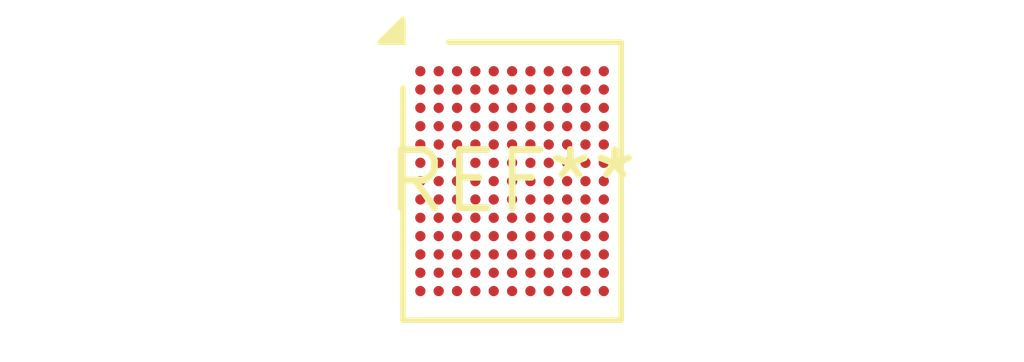
<source format=kicad_pcb>
(kicad_pcb (version 20240108) (generator pcbnew)
  (layers (0 "F.Cu" signal) (31 "B.Cu" signal) (34 "B.Paste" user) (35 "F.Paste" user) (36 "B.SilkS" user "B.Silkscreen") (37 "F.SilkS" user "F.Silkscreen") (38 "B.Mask" user) (39 "F.Mask" user) (44 "Edge.Cuts" user))
  (net 0 "")
  (footprint "ST_WLCSP-143_Die449" (layer "F.Cu") (at 0 0)
    (property "Reference" "REF**")
    (property "Value" "ST_WLCSP-143_Die449")
    (fp_line (start -2.3795 3.0345) (end -2.3795 -2.0345) (layer "F.SilkS") (stroke (width 0.12)))
    (fp_line (start -1.3795 -3.0345) (end 2.3795 -3.0345) (layer "F.SilkS") (stroke (width 0.12)))
    (fp_line (start 2.3795 -3.0345) (end 2.3795 3.0345) (layer "F.SilkS") (stroke (width 0.12)))
    (fp_line (start 2.3795 3.0345) (end -2.3795 3.0345) (layer "F.SilkS") (stroke (width 0.12)))
    (fp_poly (pts (xy -2.3795 -3.0345) (xy -2.8795 -3.0345) (xy -2.3795 -3.5345) (xy -2.3795 -3.0345)) (layer "F.SilkS") (stroke (width 0.12)) (fill solid))
    (pad "A1" smd circle (at -2 -2.4) (size 0.225 0.225) (property pad_prop_bga) (layers "F.Cu" "F.Paste" "F.Mask"))
    (pad "A2" smd circle (at -1.6 -2.4) (size 0.225 0.225) (property pad_prop_bga) (layers "F.Cu" "F.Paste" "F.Mask"))
    (pad "A3" smd circle (at -1.2 -2.4) (size 0.225 0.225) (property pad_prop_bga) (layers "F.Cu" "F.Paste" "F.Mask"))
    (pad "A4" smd circle (at -0.8 -2.4) (size 0.225 0.225) (property pad_prop_bga) (layers "F.Cu" "F.Paste" "F.Mask"))
    (pad "A5" smd circle (at -0.4 -2.4) (size 0.225 0.225) (property pad_prop_bga) (layers "F.Cu" "F.Paste" "F.Mask"))
    (pad "A6" smd circle (at 0 -2.4) (size 0.225 0.225) (property pad_prop_bga) (layers "F.Cu" "F.Paste" "F.Mask"))
    (pad "A7" smd circle (at 0.4 -2.4) (size 0.225 0.225) (property pad_prop_bga) (layers "F.Cu" "F.Paste" "F.Mask"))
    (pad "A8" smd circle (at 0.8 -2.4) (size 0.225 0.225) (property pad_prop_bga) (layers "F.Cu" "F.Paste" "F.Mask"))
    (pad "A9" smd circle (at 1.2 -2.4) (size 0.225 0.225) (property pad_prop_bga) (layers "F.Cu" "F.Paste" "F.Mask"))
    (pad "A10" smd circle (at 1.6 -2.4) (size 0.225 0.225) (property pad_prop_bga) (layers "F.Cu" "F.Paste" "F.Mask"))
    (pad "A11" smd circle (at 2 -2.4) (size 0.225 0.225) (property pad_prop_bga) (layers "F.Cu" "F.Paste" "F.Mask"))
    (pad "B1" smd circle (at -2 -2) (size 0.225 0.225) (property pad_prop_bga) (layers "F.Cu" "F.Paste" "F.Mask"))
    (pad "B2" smd circle (at -1.6 -2) (size 0.225 0.225) (property pad_prop_bga) (layers "F.Cu" "F.Paste" "F.Mask"))
    (pad "B3" smd circle (at -1.2 -2) (size 0.225 0.225) (property pad_prop_bga) (layers "F.Cu" "F.Paste" "F.Mask"))
    (pad "B4" smd circle (at -0.8 -2) (size 0.225 0.225) (property pad_prop_bga) (layers "F.Cu" "F.Paste" "F.Mask"))
    (pad "B5" smd circle (at -0.4 -2) (size 0.225 0.225) (property pad_prop_bga) (layers "F.Cu" "F.Paste" "F.Mask"))
    (pad "B6" smd circle (at 0 -2) (size 0.225 0.225) (property pad_prop_bga) (layers "F.Cu" "F.Paste" "F.Mask"))
    (pad "B7" smd circle (at 0.4 -2) (size 0.225 0.225) (property pad_prop_bga) (layers "F.Cu" "F.Paste" "F.Mask"))
    (pad "B8" smd circle (at 0.8 -2) (size 0.225 0.225) (property pad_prop_bga) (layers "F.Cu" "F.Paste" "F.Mask"))
    (pad "B9" smd circle (at 1.2 -2) (size 0.225 0.225) (property pad_prop_bga) (layers "F.Cu" "F.Paste" "F.Mask"))
    (pad "B10" smd circle (at 1.6 -2) (size 0.225 0.225) (property pad_prop_bga) (layers "F.Cu" "F.Paste" "F.Mask"))
    (pad "B11" smd circle (at 2 -2) (size 0.225 0.225) (property pad_prop_bga) (layers "F.Cu" "F.Paste" "F.Mask"))
    (pad "C1" smd circle (at -2 -1.6) (size 0.225 0.225) (property pad_prop_bga) (layers "F.Cu" "F.Paste" "F.Mask"))
    (pad "C2" smd circle (at -1.6 -1.6) (size 0.225 0.225) (property pad_prop_bga) (layers "F.Cu" "F.Paste" "F.Mask"))
    (pad "C3" smd circle (at -1.2 -1.6) (size 0.225 0.225) (property pad_prop_bga) (layers "F.Cu" "F.Paste" "F.Mask"))
    (pad "C4" smd circle (at -0.8 -1.6) (size 0.225 0.225) (property pad_prop_bga) (layers "F.Cu" "F.Paste" "F.Mask"))
    (pad "C5" smd circle (at -0.4 -1.6) (size 0.225 0.225) (property pad_prop_bga) (layers "F.Cu" "F.Paste" "F.Mask"))
    (pad "C6" smd circle (at 0 -1.6) (size 0.225 0.225) (property pad_prop_bga) (layers "F.Cu" "F.Paste" "F.Mask"))
    (pad "C7" smd circle (at 0.4 -1.6) (size 0.225 0.225) (property pad_prop_bga) (layers "F.Cu" "F.Paste" "F.Mask"))
    (pad "C8" smd circle (at 0.8 -1.6) (size 0.225 0.225) (property pad_prop_bga) (layers "F.Cu" "F.Paste" "F.Mask"))
    (pad "C9" smd circle (at 1.2 -1.6) (size 0.225 0.225) (property pad_prop_bga) (layers "F.Cu" "F.Paste" "F.Mask"))
    (pad "C10" smd circle (at 1.6 -1.6) (size 0.225 0.225) (property pad_prop_bga) (layers "F.Cu" "F.Paste" "F.Mask"))
    (pad "C11" smd circle (at 2 -1.6) (size 0.225 0.225) (property pad_prop_bga) (layers "F.Cu" "F.Paste" "F.Mask"))
    (pad "D1" smd circle (at -2 -1.2) (size 0.225 0.225) (property pad_prop_bga) (layers "F.Cu" "F.Paste" "F.Mask"))
    (pad "D2" smd circle (at -1.6 -1.2) (size 0.225 0.225) (property pad_prop_bga) (layers "F.Cu" "F.Paste" "F.Mask"))
    (pad "D3" smd circle (at -1.2 -1.2) (size 0.225 0.225) (property pad_prop_bga) (layers "F.Cu" "F.Paste" "F.Mask"))
    (pad "D4" smd circle (at -0.8 -1.2) (size 0.225 0.225) (property pad_prop_bga) (layers "F.Cu" "F.Paste" "F.Mask"))
    (pad "D5" smd circle (at -0.4 -1.2) (size 0.225 0.225) (property pad_prop_bga) (layers "F.Cu" "F.Paste" "F.Mask"))
    (pad "D6" smd circle (at 0 -1.2) (size 0.225 0.225) (property pad_prop_bga) (layers "F.Cu" "F.Paste" "F.Mask"))
    (pad "D7" smd circle (at 0.4 -1.2) (size 0.225 0.225) (property pad_prop_bga) (layers "F.Cu" "F.Paste" "F.Mask"))
    (pad "D8" smd circle (at 0.8 -1.2) (size 0.225 0.225) (property pad_prop_bga) (layers "F.Cu" "F.Paste" "F.Mask"))
    (pad "D9" smd circle (at 1.2 -1.2) (size 0.225 0.225) (property pad_prop_bga) (layers "F.Cu" "F.Paste" "F.Mask"))
    (pad "D10" smd circle (at 1.6 -1.2) (size 0.225 0.225) (property pad_prop_bga) (layers "F.Cu" "F.Paste" "F.Mask"))
    (pad "D11" smd circle (at 2 -1.2) (size 0.225 0.225) (property pad_prop_bga) (layers "F.Cu" "F.Paste" "F.Mask"))
    (pad "E1" smd circle (at -2 -0.8) (size 0.225 0.225) (property pad_prop_bga) (layers "F.Cu" "F.Paste" "F.Mask"))
    (pad "E2" smd circle (at -1.6 -0.8) (size 0.225 0.225) (property pad_prop_bga) (layers "F.Cu" "F.Paste" "F.Mask"))
    (pad "E3" smd circle (at -1.2 -0.8) (size 0.225 0.225) (property pad_prop_bga) (layers "F.Cu" "F.Paste" "F.Mask"))
    (pad "E4" smd circle (at -0.8 -0.8) (size 0.225 0.225) (property pad_prop_bga) (layers "F.Cu" "F.Paste" "F.Mask"))
    (pad "E5" smd circle (at -0.4 -0.8) (size 0.225 0.225) (property pad_prop_bga) (layers "F.Cu" "F.Paste" "F.Mask"))
    (pad "E6" smd circle (at 0 -0.8) (size 0.225 0.225) (property pad_prop_bga) (layers "F.Cu" "F.Paste" "F.Mask"))
    (pad "E7" smd circle (at 0.4 -0.8) (size 0.225 0.225) (property pad_prop_bga) (layers "F.Cu" "F.Paste" "F.Mask"))
    (pad "E8" smd circle (at 0.8 -0.8) (size 0.225 0.225) (property pad_prop_bga) (layers "F.Cu" "F.Paste" "F.Mask"))
    (pad "E9" smd circle (at 1.2 -0.8) (size 0.225 0.225) (property pad_prop_bga) (layers "F.Cu" "F.Paste" "F.Mask"))
    (pad "E10" smd circle (at 1.6 -0.8) (size 0.225 0.225) (property pad_prop_bga) (layers "F.Cu" "F.Paste" "F.Mask"))
    (pad "E11" smd circle (at 2 -0.8) (size 0.225 0.225) (property pad_prop_bga) (layers "F.Cu" "F.Paste" "F.Mask"))
    (pad "F1" smd circle (at -2 -0.4) (size 0.225 0.225) (property pad_prop_bga) (layers "F.Cu" "F.Paste" "F.Mask"))
    (pad "F2" smd circle (at -1.6 -0.4) (size 0.225 0.225) (property pad_prop_bga) (layers "F.Cu" "F.Paste" "F.Mask"))
    (pad "F3" smd circle (at -1.2 -0.4) (size 0.225 0.225) (property pad_prop_bga) (layers "F.Cu" "F.Paste" "F.Mask"))
    (pad "F4" smd circle (at -0.8 -0.4) (size 0.225 0.225) (property pad_prop_bga) (layers "F.Cu" "F.Paste" "F.Mask"))
    (pad "F5" smd circle (at -0.4 -0.4) (size 0.225 0.225) (property pad_prop_bga) (layers "F.Cu" "F.Paste" "F.Mask"))
    (pad "F6" smd circle (at 0 -0.4) (size 0.225 0.225) (property pad_prop_bga) (layers "F.Cu" "F.Paste" "F.Mask"))
    (pad "F7" smd circle (at 0.4 -0.4) (size 0.225 0.225) (property pad_prop_bga) (layers "F.Cu" "F.Paste" "F.Mask"))
    (pad "F8" smd circle (at 0.8 -0.4) (size 0.225 0.225) (property pad_prop_bga) (layers "F.Cu" "F.Paste" "F.Mask"))
    (pad "F9" smd circle (at 1.2 -0.4) (size 0.225 0.225) (property pad_prop_bga) (layers "F.Cu" "F.Paste" "F.Mask"))
    (pad "F10" smd circle (at 1.6 -0.4) (size 0.225 0.225) (property pad_prop_bga) (layers "F.Cu" "F.Paste" "F.Mask"))
    (pad "F11" smd circle (at 2 -0.4) (size 0.225 0.225) (property pad_prop_bga) (layers "F.Cu" "F.Paste" "F.Mask"))
    (pad "G1" smd circle (at -2 0) (size 0.225 0.225) (property pad_prop_bga) (layers "F.Cu" "F.Paste" "F.Mask"))
    (pad "G2" smd circle (at -1.6 0) (size 0.225 0.225) (property pad_prop_bga) (layers "F.Cu" "F.Paste" "F.Mask"))
    (pad "G3" smd circle (at -1.2 0) (size 0.225 0.225) (property pad_prop_bga) (layers "F.Cu" "F.Paste" "F.Mask"))
    (pad "G4" smd circle (at -0.8 0) (size 0.225 0.225) (property pad_prop_bga) (layers "F.Cu" "F.Paste" "F.Mask"))
    (pad "G5" smd circle (at -0.4 0) (size 0.225 0.225) (property pad_prop_bga) (layers "F.Cu" "F.Paste" "F.Mask"))
    (pad "G6" smd circle (at 0 0) (size 0.225 0.225) (property pad_prop_bga) (layers "F.Cu" "F.Paste" "F.Mask"))
    (pad "G7" smd circle (at 0.4 0) (size 0.225 0.225) (property pad_prop_bga) (layers "F.Cu" "F.Paste" "F.Mask"))
    (pad "G8" smd circle (at 0.8 0) (size 0.225 0.225) (property pad_prop_bga) (layers "F.Cu" "F.Paste" "F.Mask"))
    (pad "G9" smd circle (at 1.2 0) (size 0.225 0.225) (property pad_prop_bga) (layers "F.Cu" "F.Paste" "F.Mask"))
    (pad "G10" smd circle (at 1.6 0) (size 0.225 0.225) (property pad_prop_bga) (layers "F.Cu" "F.Paste" "F.Mask"))
    (pad "G11" smd circle (at 2 0) (size 0.225 0.225) (property pad_prop_bga) (layers "F.Cu" "F.Paste" "F.Mask"))
    (pad "H1" smd circle (at -2 0.4) (size 0.225 0.225) (property pad_prop_bga) (layers "F.Cu" "F.Paste" "F.Mask"))
    (pad "H2" smd circle (at -1.6 0.4) (size 0.225 0.225) (property pad_prop_bga) (layers "F.Cu" "F.Paste" "F.Mask"))
    (pad "H3" smd circle (at -1.2 0.4) (size 0.225 0.225) (property pad_prop_bga) (layers "F.Cu" "F.Paste" "F.Mask"))
    (pad "H4" smd circle (at -0.8 0.4) (size 0.225 0.225) (property pad_prop_bga) (layers "F.Cu" "F.Paste" "F.Mask"))
    (pad "H5" smd circle (at -0.4 0.4) (size 0.225 0.225) (property pad_prop_bga) (layers "F.Cu" "F.Paste" "F.Mask"))
    (pad "H6" smd circle (at 0 0.4) (size 0.225 0.225) (property pad_prop_bga) (layers "F.Cu" "F.Paste" "F.Mask"))
    (pad "H7" smd circle (at 0.4 0.4) (size 0.225 0.225) (property pad_prop_bga) (layers "F.Cu" "F.Paste" "F.Mask"))
    (pad "H8" smd circle (at 0.8 0.4) (size 0.225 0.225) (property pad_prop_bga) (layers "F.Cu" "F.Paste" "F.Mask"))
    (pad "H9" smd circle (at 1.2 0.4) (size 0.225 0.225) (property pad_prop_bga) (layers "F.Cu" "F.Paste" "F.Mask"))
    (pad "H10" smd circle (at 1.6 0.4) (size 0.225 0.225) (property pad_prop_bga) (layers "F.Cu" "F.Paste" "F.Mask"))
    (pad "H11" smd circle (at 2 0.4) (size 0.225 0.225) (property pad_prop_bga) (layers "F.Cu" "F.Paste" "F.Mask"))
    (pad "J1" smd circle (at -2 0.8) (size 0.225 0.225) (property pad_prop_bga) (layers "F.Cu" "F.Paste" "F.Mask"))
    (pad "J2" smd circle (at -1.6 0.8) (size 0.225 0.225) (property pad_prop_bga) (layers "F.Cu" "F.Paste" "F.Mask"))
    (pad "J3" smd circle (at -1.2 0.8) (size 0.225 0.225) (property pad_prop_bga) (layers "F.Cu" "F.Paste" "F.Mask"))
    (pad "J4" smd circle (at -0.8 0.8) (size 0.225 0.225) (property pad_prop_bga) (layers "F.Cu" "F.Paste" "F.Mask"))
    (pad "J5" smd circle (at -0.4 0.8) (size 0.225 0.225) (property pad_prop_bga) (layers "F.Cu" "F.Paste" "F.Mask"))
    (pad "J6" smd circle (at 0 0.8) (size 0.225 0.225) (property pad_prop_bga) (layers "F.Cu" "F.Paste" "F.Mask"))
    (pad "J7" smd circle (at 0.4 0.8) (size 0.225 0.225) (property pad_prop_bga) (layers "F.Cu" "F.Paste" "F.Mask"))
    (pad "J8" smd circle (at 0.8 0.8) (size 0.225 0.225) (property pad_prop_bga) (layers "F.Cu" "F.Paste" "F.Mask"))
    (pad "J9" smd circle (at 1.2 0.8) (size 0.225 0.225) (property pad_prop_bga) (layers "F.Cu" "F.Paste" "F.Mask"))
    (pad "J10" smd circle (at 1.6 0.8) (size 0.225 0.225) (property pad_prop_bga) (layers "F.Cu" "F.Paste" "F.Mask"))
    (pad "J11" smd circle (at 2 0.8) (size 0.225 0.225) (property pad_prop_bga) (layers "F.Cu" "F.Paste" "F.Mask"))
    (pad "K1" smd circle (at -2 1.2) (size 0.225 0.225) (property pad_prop_bga) (layers "F.Cu" "F.Paste" "F.Mask"))
    (pad "K2" smd circle (at -1.6 1.2) (size 0.225 0.225) (property pad_prop_bga) (layers "F.Cu" "F.Paste" "F.Mask"))
    (pad "K3" smd circle (at -1.2 1.2) (size 0.225 0.225) (property pad_prop_bga) (layers "F.Cu" "F.Paste" "F.Mask"))
    (pad "K4" smd circle (at -0.8 1.2) (size 0.225 0.225) (property pad_prop_bga) (layers "F.Cu" "F.Paste" "F.Mask"))
    (pad "K5" smd circle (at -0.4 1.2) (size 0.225 0.225) (property pad_prop_bga) (layers "F.Cu" "F.Paste" "F.Mask"))
    (pad "K6" smd circle (at 0 1.2) (size 0.225 0.225) (property pad_prop_bga) (layers "F.Cu" "F.Paste" "F.Mask"))
    (pad "K7" smd circle (at 0.4 1.2) (size 0.225 0.225) (property pad_prop_bga) (layers "F.Cu" "F.Paste" "F.Mask"))
    (pad "K8" smd circle (at 0.8 1.2) (size 0.225 0.225) (property pad_prop_bga) (layers "F.Cu" "F.Paste" "F.Mask"))
    (pad "K9" smd circle (at 1.2 1.2) (size 0.225 0.225) (property pad_prop_bga) (layers "F.Cu" "F.Paste" "F.Mask"))
    (pad "K10" smd circle (at 1.6 1.2) (size 0.225 0.225) (property pad_prop_bga) (layers "F.Cu" "F.Paste" "F.Mask"))
    (pad "K11" smd circle (at 2 1.2) (size 0.225 0.225) (property pad_prop_bga) (layers "F.Cu" "F.Paste" "F.Mask"))
    (pad "L1" smd circle (at -2 1.6) (size 0.225 0.225) (property pad_prop_bga) (layers "F.Cu" "F.Paste" "F.Mask"))
    (pad "L2" smd circle (at -1.6 1.6) (size 0.225 0.225) (property pad_prop_bga) (layers "F.Cu" "F.Paste" "F.Mask"))
    (pad "L3" smd circle (at -1.2 1.6) (size 0.225 0.225) (property pad_prop_bga) (layers "F.Cu" "F.Paste" "F.Mask"))
    (pad "L4" smd circle (at -0.8 1.6) (size 0.225 0.225) (property pad_prop_bga) (layers "F.Cu" "F.Paste" "F.Mask"))
    (pad "L5" smd circle (at -0.4 1.6) (size 0.225 0.225) (property pad_prop_bga) (layers "F.Cu" "F.Paste" "F.Mask"))
    (pad "L6" smd circle (at 0 1.6) (size 0.225 0.225) (property pad_prop_bga) (layers "F.Cu" "F.Paste" "F.Mask"))
    (pad "L7" smd circle (at 0.4 1.6) (size 0.225 0.225) (property pad_prop_bga) (layers "F.Cu" "F.Paste" "F.Mask"))
    (pad "L8" smd circle (at 0.8 1.6) (size 0.225 0.225) (property pad_prop_bga) (layers "F.Cu" "F.Paste" "F.Mask"))
    (pad "L9" smd circle (at 1.2 1.6) (size 0.225 0.225) (property pad_prop_bga) (layers "F.Cu" "F.Paste" "F.Mask"))
    (pad "L10" smd circle (at 1.6 1.6) (size 0.225 0.225) (property pad_prop_bga) (layers "F.Cu" "F.Paste" "F.Mask"))
    (pad "L11" smd circle (at 2 1.6) (size 0.225 0.225) (property pad_prop_bga) (layers "F.Cu" "F.Paste" "F.Mask"))
    (pad "M1" smd circle (at -2 2) (size 0.225 0.225) (property pad_prop_bga) (layers "F.Cu" "F.Paste" "F.Mask"))
    (pad "M2" smd circle (at -1.6 2) (size 0.225 0.225) (property pad_prop_bga) (layers "F.Cu" "F.Paste" "F.Mask"))
    (pad "M3" smd circle (at -1.2 2) (size 0.225 0.225) (property pad_prop_bga) (layers "F.Cu" "F.Paste" "F.Mask"))
    (pad "M4" smd circle (at -0.8 2) (size 0.225 0.225) (property pad_prop_bga) (layers "F.Cu" "F.Paste" "F.Mask"))
    (pad "M5" smd circle (at -0.4 2) (size 0.225 0.225) (property pad_prop_bga) (layers "F.Cu" "F.Paste" "F.Mask"))
    (pad "M6" smd circle (at 0 2) (size 0.225 0.225) (property pad_prop_bga) (layers "F.Cu" "F.Paste" "F.Mask"))
    (pad "M7" smd circle (at 0.4 2) (size 0.225 0.225) (property pad_prop_bga) (layers "F.Cu" "F.Paste" "F.Mask"))
    (pad "M8" smd circle (at 0.8 2) (size 0.225 0.225) (property pad_prop_bga) (layers "F.Cu" "F.Paste" "F.Mask"))
    (pad "M9" smd circle (at 1.2 2) (size 0.225 0.225) (property pad_prop_bga) (layers "F.Cu" "F.Paste" "F.Mask"))
    (pad "M10" smd circle (at 1.6 2) (size 0.225 0.225) (property pad_prop_bga) (layers "F.Cu" "F.Paste" "F.Mask"))
    (pad "M11" smd circle (at 2 2) (size 0.225 0.225) (property pad_prop_bga) (layers "F.Cu" "F.Paste" "F.Mask"))
    (pad "N1" smd circle (at -2 2.4) (size 0.225 0.225) (property pad_prop_bga) (layers "F.Cu" "F.Paste" "F.Mask"))
    (pad "N2" smd circle (at -1.6 2.4) (size 0.225 0.225) (property pad_prop_bga) (layers "F.Cu" "F.Paste" "F.Mask"))
    (pad "N3" smd circle (at -1.2 2.4) (size 0.225 0.225) (property pad_prop_bga) (layers "F.Cu" "F.Paste" "F.Mask"))
    (pad "N4" smd circle (at -0.8 2.4) (size 0.225 0.225) (property pad_prop_bga) (layers "F.Cu" "F.Paste" "F.Mask"))
    (pad "N5" smd circle (at -0.4 2.4) (size 0.225 0.225) (property pad_prop_bga) (layers "F.Cu" "F.Paste" "F.Mask"))
    (pad "N6" smd circle (at 0 2.4) (size 0.225 0.225) (property pad_prop_bga) (layers "F.Cu" "F.Paste" "F.Mask"))
    (pad "N7" smd circle (at 0.4 2.4) (size 0.225 0.225) (property pad_prop_bga) (layers "F.Cu" "F.Paste" "F.Mask"))
    (pad "N8" smd circle (at 0.8 2.4) (size 0.225 0.225) (property pad_prop_bga) (layers "F.Cu" "F.Paste" "F.Mask"))
    (pad "N9" smd circle (at 1.2 2.4) (size 0.225 0.225) (property pad_prop_bga) (layers "F.Cu" "F.Paste" "F.Mask"))
    (pad "N10" smd circle (at 1.6 2.4) (size 0.225 0.225) (property pad_prop_bga) (layers "F.Cu" "F.Paste" "F.Mask"))
    (pad "N11" smd circle (at 2 2.4) (size 0.225 0.225) (property pad_prop_bga) (layers "F.Cu" "F.Paste" "F.Mask"))
  )
)
</source>
